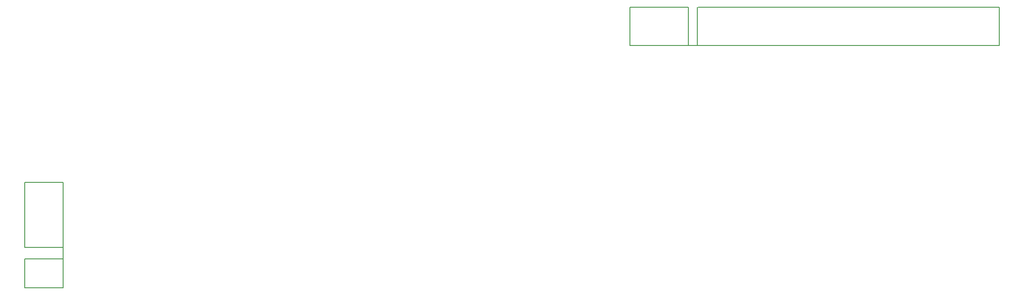
<source format=gbo>
%TF.GenerationSoftware,KiCad,Pcbnew,7.0.8*%
%TF.CreationDate,2023-10-30T18:51:19+00:00*%
%TF.ProjectId,Interface 1 Recreated,496e7465-7266-4616-9365-203120526563,rev?*%
%TF.SameCoordinates,Original*%
%TF.FileFunction,Legend,Bot*%
%TF.FilePolarity,Positive*%
%FSLAX46Y46*%
G04 Gerber Fmt 4.6, Leading zero omitted, Abs format (unit mm)*
G04 Created by KiCad (PCBNEW 7.0.8) date 2023-10-30 18:51:19*
%MOMM*%
%LPD*%
G01*
G04 APERTURE LIST*
%ADD10C,0.150000*%
G04 APERTURE END LIST*
D10*
%TO.C,SK4*%
X43513375Y-113767325D02*
X43513375Y-108019325D01*
X51133375Y-113767325D02*
X43513375Y-113767325D01*
X51133375Y-108019325D02*
X43513375Y-108019325D01*
X43513375Y-105719325D02*
X43513375Y-92767325D01*
X51133375Y-105719325D02*
X43513375Y-105719325D01*
X51133375Y-92767325D02*
X51133375Y-113767325D01*
X51133375Y-92767325D02*
X43513375Y-92767325D01*
%TO.C,SK6*%
X163646050Y-65554225D02*
X163646050Y-57934225D01*
X175290050Y-57934225D02*
X163646050Y-57934225D01*
X175290050Y-65554225D02*
X175290050Y-57934225D01*
X177068050Y-65554225D02*
X177068050Y-57934225D01*
X177208050Y-57934225D02*
X236950050Y-57934225D01*
X236950050Y-57934225D02*
X236950050Y-65554225D01*
X236950050Y-65554225D02*
X163646050Y-65554225D01*
%TD*%
M02*

</source>
